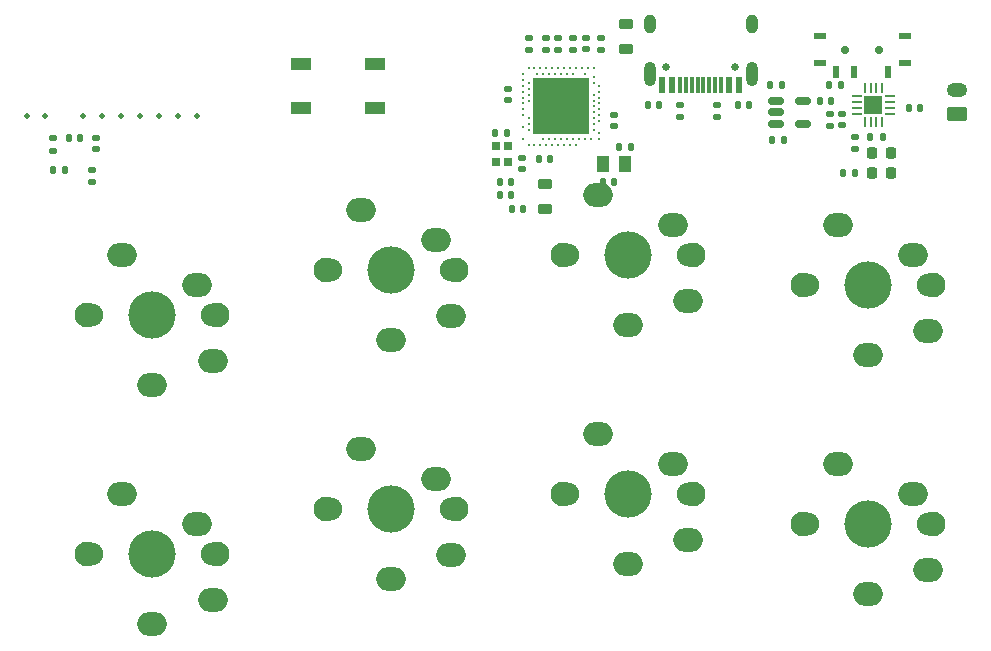
<source format=gts>
G04 #@! TF.GenerationSoftware,KiCad,Pcbnew,6.0.7-1.fc36*
G04 #@! TF.CreationDate,2022-10-12T21:36:36-05:00*
G04 #@! TF.ProjectId,ardux_mini,61726475-785f-46d6-996e-692e6b696361,rev?*
G04 #@! TF.SameCoordinates,Original*
G04 #@! TF.FileFunction,Soldermask,Top*
G04 #@! TF.FilePolarity,Negative*
%FSLAX46Y46*%
G04 Gerber Fmt 4.6, Leading zero omitted, Abs format (unit mm)*
G04 Created by KiCad (PCBNEW 6.0.7-1.fc36) date 2022-10-12 21:36:36*
%MOMM*%
%LPD*%
G01*
G04 APERTURE LIST*
G04 Aperture macros list*
%AMRoundRect*
0 Rectangle with rounded corners*
0 $1 Rounding radius*
0 $2 $3 $4 $5 $6 $7 $8 $9 X,Y pos of 4 corners*
0 Add a 4 corners polygon primitive as box body*
4,1,4,$2,$3,$4,$5,$6,$7,$8,$9,$2,$3,0*
0 Add four circle primitives for the rounded corners*
1,1,$1+$1,$2,$3*
1,1,$1+$1,$4,$5*
1,1,$1+$1,$6,$7*
1,1,$1+$1,$8,$9*
0 Add four rect primitives between the rounded corners*
20,1,$1+$1,$2,$3,$4,$5,0*
20,1,$1+$1,$4,$5,$6,$7,0*
20,1,$1+$1,$6,$7,$8,$9,0*
20,1,$1+$1,$8,$9,$2,$3,0*%
G04 Aperture macros list end*
%ADD10RoundRect,0.250000X0.625000X-0.350000X0.625000X0.350000X-0.625000X0.350000X-0.625000X-0.350000X0*%
%ADD11O,1.750000X1.200000*%
%ADD12RoundRect,0.135000X0.135000X0.185000X-0.135000X0.185000X-0.135000X-0.185000X0.135000X-0.185000X0*%
%ADD13RoundRect,0.218750X0.218750X0.256250X-0.218750X0.256250X-0.218750X-0.256250X0.218750X-0.256250X0*%
%ADD14C,4.000000*%
%ADD15C,2.100000*%
%ADD16C,1.900000*%
%ADD17O,2.500000X2.000000*%
%ADD18RoundRect,0.140000X0.170000X-0.140000X0.170000X0.140000X-0.170000X0.140000X-0.170000X-0.140000X0*%
%ADD19RoundRect,0.140000X-0.140000X-0.170000X0.140000X-0.170000X0.140000X0.170000X-0.140000X0.170000X0*%
%ADD20RoundRect,0.140000X0.140000X0.170000X-0.140000X0.170000X-0.140000X-0.170000X0.140000X-0.170000X0*%
%ADD21RoundRect,0.218750X0.381250X-0.218750X0.381250X0.218750X-0.381250X0.218750X-0.381250X-0.218750X0*%
%ADD22RoundRect,0.062500X-0.375000X-0.062500X0.375000X-0.062500X0.375000X0.062500X-0.375000X0.062500X0*%
%ADD23RoundRect,0.062500X-0.062500X-0.375000X0.062500X-0.375000X0.062500X0.375000X-0.062500X0.375000X0*%
%ADD24R,1.600000X1.600000*%
%ADD25R,1.700000X1.000000*%
%ADD26RoundRect,0.135000X-0.185000X0.135000X-0.185000X-0.135000X0.185000X-0.135000X0.185000X0.135000X0*%
%ADD27C,0.250000*%
%ADD28R,4.850000X4.850000*%
%ADD29R,1.066800X1.397000*%
%ADD30R,0.600000X1.000000*%
%ADD31C,0.700000*%
%ADD32R,1.100000X0.600000*%
%ADD33R,1.000000X0.600000*%
%ADD34O,1.000000X1.600000*%
%ADD35O,1.000000X2.100000*%
%ADD36R,0.600000X1.450000*%
%ADD37R,0.300000X1.450000*%
%ADD38C,0.650000*%
%ADD39RoundRect,0.147500X-0.147500X-0.172500X0.147500X-0.172500X0.147500X0.172500X-0.147500X0.172500X0*%
%ADD40RoundRect,0.140000X-0.170000X0.140000X-0.170000X-0.140000X0.170000X-0.140000X0.170000X0.140000X0*%
%ADD41RoundRect,0.135000X0.185000X-0.135000X0.185000X0.135000X-0.185000X0.135000X-0.185000X-0.135000X0*%
%ADD42RoundRect,0.150000X-0.512500X-0.150000X0.512500X-0.150000X0.512500X0.150000X-0.512500X0.150000X0*%
%ADD43R,0.700000X0.750000*%
%ADD44C,0.500000*%
G04 APERTURE END LIST*
D10*
X95350000Y-21900000D03*
D11*
X95350000Y-19900000D03*
D12*
X86684000Y-26925000D03*
X85664000Y-26925000D03*
D13*
X89711500Y-26925000D03*
X88136500Y-26925000D03*
D14*
X47392974Y-55372000D03*
D15*
X52892974Y-55372000D03*
X41892974Y-55372000D03*
D16*
X52472974Y-55372000D03*
X42312974Y-55372000D03*
D17*
X52492974Y-59272000D03*
X51202974Y-52832000D03*
X44852974Y-50292000D03*
X47392974Y-61272000D03*
D12*
X85510000Y-19500000D03*
X84490000Y-19500000D03*
D18*
X59100000Y-15520000D03*
X59100000Y-16480000D03*
D16*
X82667974Y-56642000D03*
D15*
X82247974Y-56642000D03*
X93247974Y-56642000D03*
D14*
X87747974Y-56642000D03*
D16*
X92827974Y-56642000D03*
D17*
X92847974Y-60542000D03*
X91557974Y-54102000D03*
X87747974Y-62542000D03*
X85207974Y-51562000D03*
D15*
X21692974Y-59182000D03*
D16*
X22112974Y-59182000D03*
X32272974Y-59182000D03*
D14*
X27192974Y-59182000D03*
D15*
X32692974Y-59182000D03*
D17*
X31002974Y-56642000D03*
X32292974Y-63082000D03*
X27192974Y-65082000D03*
X24652974Y-54102000D03*
D19*
X67680000Y-24700000D03*
X66720000Y-24700000D03*
D20*
X80480000Y-19500000D03*
X79520000Y-19500000D03*
D21*
X67300000Y-16462500D03*
X67300000Y-14337500D03*
D22*
X86808500Y-20405000D03*
X86808500Y-20905000D03*
X86808500Y-21405000D03*
X86808500Y-21905000D03*
D23*
X87496000Y-22592500D03*
X87996000Y-22592500D03*
X88496000Y-22592500D03*
X88996000Y-22592500D03*
D22*
X89683500Y-21905000D03*
X89683500Y-21405000D03*
X89683500Y-20905000D03*
X89683500Y-20405000D03*
D23*
X88996000Y-19717500D03*
X88496000Y-19717500D03*
X87996000Y-19717500D03*
X87496000Y-19717500D03*
D24*
X88246000Y-21155000D03*
D12*
X87990000Y-23900000D03*
X89010000Y-23900000D03*
D25*
X46076000Y-21458000D03*
X39776000Y-21458000D03*
X46076000Y-17658000D03*
X39776000Y-17658000D03*
D26*
X18796000Y-24001000D03*
X18796000Y-25021000D03*
D16*
X62347974Y-54102000D03*
D15*
X61927974Y-54102000D03*
D14*
X67427974Y-54102000D03*
D15*
X72927974Y-54102000D03*
D16*
X72507974Y-54102000D03*
D17*
X72527974Y-58002000D03*
X71237974Y-51562000D03*
X64887974Y-49022000D03*
X67427974Y-60002000D03*
D18*
X62765552Y-16474829D03*
X62765552Y-15514829D03*
D12*
X80710000Y-24100000D03*
X79690000Y-24100000D03*
D18*
X60497000Y-16480000D03*
X60497000Y-15520000D03*
D21*
X60400000Y-27837500D03*
X60400000Y-29962500D03*
D27*
X63041500Y-24537500D03*
X62541500Y-24537500D03*
X62041500Y-24537500D03*
X61541500Y-24537500D03*
X61041500Y-24537500D03*
X60541500Y-24537500D03*
X60041500Y-24537500D03*
X59541500Y-24537500D03*
X59041500Y-24537500D03*
X58541500Y-19037500D03*
X64541500Y-18787500D03*
X63791500Y-18537500D03*
X62791500Y-18537500D03*
X62291500Y-18537500D03*
X61791500Y-18537500D03*
X61291500Y-18537500D03*
X60791500Y-18537500D03*
X60291500Y-18537500D03*
X59791500Y-18537500D03*
X58541500Y-18537500D03*
X64541500Y-18037500D03*
X64041500Y-18037500D03*
X63541500Y-18037500D03*
X63041500Y-18037500D03*
X62541500Y-18037500D03*
X62041500Y-18037500D03*
X61541500Y-18037500D03*
X61041500Y-18037500D03*
X60541500Y-18037500D03*
X60041500Y-18037500D03*
X59541500Y-18037500D03*
X59041500Y-18037500D03*
X65041500Y-24037500D03*
X64291500Y-24037500D03*
X63791500Y-24037500D03*
X63291500Y-24037500D03*
X62791500Y-24037500D03*
X62291500Y-24037500D03*
X61791500Y-24037500D03*
X61291500Y-24037500D03*
X60791500Y-24037500D03*
X60291500Y-24037500D03*
X58541500Y-24037500D03*
X65041500Y-23537500D03*
X64541500Y-23287500D03*
X59041500Y-23287500D03*
X58541500Y-23037500D03*
D28*
X61791500Y-21287500D03*
D27*
X64541500Y-22787500D03*
X59041500Y-22787500D03*
X65041500Y-22537500D03*
X64541500Y-22287500D03*
X59041500Y-22287500D03*
X65041500Y-22037500D03*
X58541500Y-22037500D03*
X64541500Y-21787500D03*
X65041500Y-21537500D03*
X58541500Y-21537500D03*
X64541500Y-21287500D03*
X65041500Y-21037500D03*
X58541500Y-21037500D03*
X64541500Y-20787500D03*
X59041500Y-20787500D03*
X65041500Y-20537500D03*
X58541500Y-20537500D03*
X64541500Y-20287500D03*
X59041500Y-20287500D03*
X65041500Y-20037500D03*
X58541500Y-20037500D03*
X59041500Y-19787500D03*
X65041500Y-19537500D03*
X58541500Y-19537500D03*
X64541500Y-19287500D03*
X59041500Y-19287500D03*
D19*
X20094000Y-24003000D03*
X21054000Y-24003000D03*
D13*
X88112500Y-25200000D03*
X89687500Y-25200000D03*
D20*
X57580000Y-27700000D03*
X56620000Y-27700000D03*
D19*
X92180000Y-21400000D03*
X91220000Y-21400000D03*
D18*
X63926000Y-16452000D03*
X63926000Y-15492000D03*
D26*
X71900000Y-22160049D03*
X71900000Y-21140049D03*
D29*
X65377800Y-26200000D03*
X67222200Y-26200000D03*
D30*
X85100000Y-18337500D03*
X86600000Y-18337500D03*
X89500000Y-18337500D03*
D31*
X85850000Y-16487500D03*
X88750000Y-16487500D03*
D32*
X83700000Y-15344500D03*
D33*
X90900000Y-15344500D03*
D32*
X90900000Y-17630500D03*
D33*
X83700000Y-17630500D03*
D14*
X47392974Y-35172000D03*
D16*
X52472974Y-35172000D03*
X42312974Y-35172000D03*
D15*
X41892974Y-35172000D03*
X52892974Y-35172000D03*
D17*
X52492974Y-39072000D03*
X51202974Y-32632000D03*
X47392974Y-41072000D03*
X44852974Y-30092000D03*
D19*
X76770753Y-21200000D03*
X77730753Y-21200000D03*
D18*
X58500000Y-25620000D03*
X58500000Y-26580000D03*
D34*
X69282292Y-14341870D03*
D35*
X69282292Y-18521870D03*
D34*
X77922292Y-14341870D03*
D35*
X77922292Y-18521870D03*
D36*
X76852292Y-19436870D03*
X76052292Y-19436870D03*
D37*
X75352292Y-19436870D03*
X74352292Y-19436870D03*
X72852292Y-19436870D03*
X71852292Y-19436870D03*
D36*
X71152292Y-19436870D03*
X70352292Y-19436870D03*
X70352292Y-19436870D03*
X71152292Y-19436870D03*
D37*
X72352292Y-19436870D03*
X73352292Y-19436870D03*
X73852292Y-19436870D03*
X74852292Y-19436870D03*
D36*
X76052292Y-19436870D03*
X76852292Y-19436870D03*
D38*
X76492292Y-17991870D03*
X70712292Y-17991870D03*
D18*
X61513000Y-15520000D03*
X61513000Y-16480000D03*
D20*
X56240000Y-23500000D03*
X57200000Y-23500000D03*
D19*
X60880000Y-25700000D03*
X59920000Y-25700000D03*
D20*
X84680000Y-20800000D03*
X83720000Y-20800000D03*
D18*
X65196000Y-16480000D03*
X65196000Y-15520000D03*
D39*
X58585000Y-30000000D03*
X57615000Y-30000000D03*
D40*
X22100000Y-26700000D03*
X22100000Y-27660000D03*
D15*
X72927974Y-33902000D03*
X61927974Y-33902000D03*
D14*
X67427974Y-33902000D03*
D16*
X62347974Y-33902000D03*
X72507974Y-33902000D03*
D17*
X71237974Y-31362000D03*
X72527974Y-37802000D03*
X67427974Y-39802000D03*
X64887974Y-28822000D03*
D19*
X66280000Y-27700000D03*
X65320000Y-27700000D03*
D18*
X22402982Y-23953916D03*
X22402982Y-24913916D03*
D16*
X92827974Y-36442000D03*
X82667974Y-36442000D03*
D15*
X93247974Y-36442000D03*
X82247974Y-36442000D03*
D14*
X87747974Y-36442000D03*
D17*
X92847974Y-40342000D03*
X91557974Y-33902000D03*
X87747974Y-42342000D03*
X85207974Y-31362000D03*
D18*
X86674000Y-23895000D03*
X86674000Y-24855000D03*
D19*
X69150753Y-21200000D03*
X70110753Y-21200000D03*
D41*
X84574000Y-22916000D03*
X84574000Y-21896000D03*
D42*
X82237500Y-20850000D03*
X82237500Y-22750000D03*
X79962500Y-22750000D03*
X79962500Y-21800000D03*
X79962500Y-20850000D03*
D15*
X32692974Y-38982000D03*
X21692974Y-38982000D03*
D16*
X22112974Y-38982000D03*
D14*
X27192974Y-38982000D03*
D16*
X32272974Y-38982000D03*
D17*
X31002974Y-36442000D03*
X32292974Y-42882000D03*
X27192974Y-44882000D03*
X24652974Y-33902000D03*
D40*
X85574000Y-21926000D03*
X85574000Y-22886000D03*
D18*
X66300000Y-22020000D03*
X66300000Y-22980000D03*
D43*
X57300000Y-24653000D03*
X57300000Y-26003000D03*
X56300000Y-26003000D03*
X56300000Y-24653000D03*
D39*
X18815000Y-26700000D03*
X19785000Y-26700000D03*
D20*
X57580000Y-28800000D03*
X56620000Y-28800000D03*
D26*
X74964753Y-21154000D03*
X74964753Y-22174000D03*
D18*
X57290000Y-19820000D03*
X57290000Y-20780000D03*
D44*
X18129974Y-22141000D03*
X27739974Y-22141000D03*
X26139974Y-22141000D03*
X22939974Y-22141000D03*
X30939974Y-22141000D03*
X24539974Y-22141000D03*
X21339974Y-22141000D03*
X16539974Y-22141000D03*
X29339974Y-22141000D03*
M02*

</source>
